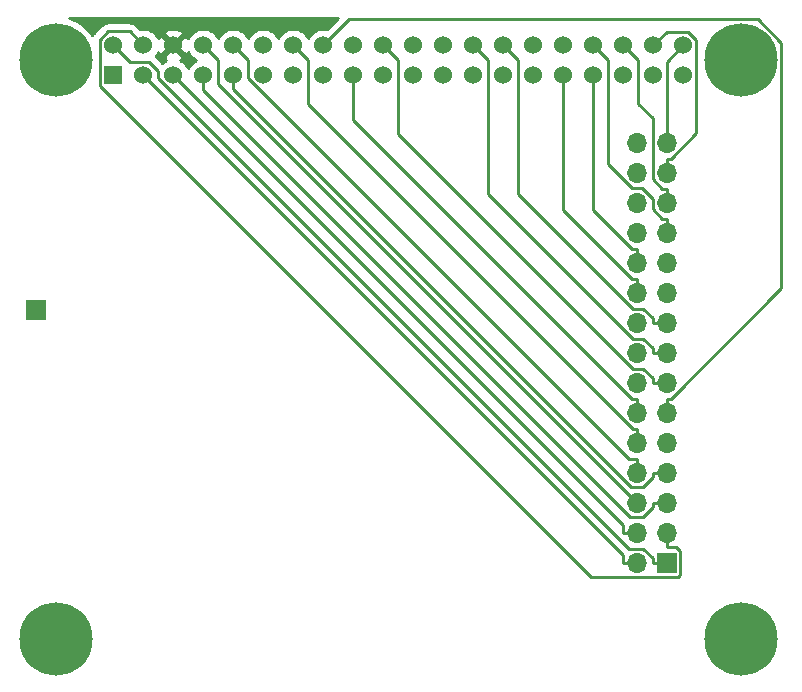
<source format=gbr>
G04 #@! TF.GenerationSoftware,KiCad,Pcbnew,5.1.7-a382d34a8~88~ubuntu18.04.1*
G04 #@! TF.CreationDate,2021-05-25T15:59:45+05:30*
G04 #@! TF.ProjectId,Gateway_v1,47617465-7761-4795-9f76-312e6b696361,rev?*
G04 #@! TF.SameCoordinates,Original*
G04 #@! TF.FileFunction,Copper,L1,Top*
G04 #@! TF.FilePolarity,Positive*
%FSLAX46Y46*%
G04 Gerber Fmt 4.6, Leading zero omitted, Abs format (unit mm)*
G04 Created by KiCad (PCBNEW 5.1.7-a382d34a8~88~ubuntu18.04.1) date 2021-05-25 15:59:45*
%MOMM*%
%LPD*%
G01*
G04 APERTURE LIST*
G04 #@! TA.AperFunction,ComponentPad*
%ADD10C,1.524000*%
G04 #@! TD*
G04 #@! TA.AperFunction,ComponentPad*
%ADD11R,1.524000X1.524000*%
G04 #@! TD*
G04 #@! TA.AperFunction,ComponentPad*
%ADD12C,6.200000*%
G04 #@! TD*
G04 #@! TA.AperFunction,ComponentPad*
%ADD13R,1.700000X1.700000*%
G04 #@! TD*
G04 #@! TA.AperFunction,ComponentPad*
%ADD14O,1.700000X1.700000*%
G04 #@! TD*
G04 #@! TA.AperFunction,Conductor*
%ADD15C,0.250000*%
G04 #@! TD*
G04 #@! TA.AperFunction,Conductor*
%ADD16C,0.254000*%
G04 #@! TD*
G04 #@! TA.AperFunction,Conductor*
%ADD17C,0.100000*%
G04 #@! TD*
G04 APERTURE END LIST*
D10*
G04 #@! TO.P,J1,40*
G04 #@! TO.N,/Pin_40*
X148057000Y-51773700D03*
G04 #@! TO.P,J1,38*
G04 #@! TO.N,/Pin_38*
X145517000Y-51773700D03*
G04 #@! TO.P,J1,36*
G04 #@! TO.N,/Pin_36*
X142977000Y-51773700D03*
G04 #@! TO.P,J1,34*
G04 #@! TO.N,/Pin_34*
X140437000Y-51773700D03*
G04 #@! TO.P,J1,32*
G04 #@! TO.N,/Pin_32*
X137897000Y-51773700D03*
G04 #@! TO.P,J1,30*
G04 #@! TO.N,/Pin_30*
X135357000Y-51773700D03*
G04 #@! TO.P,J1,39*
G04 #@! TO.N,/Pin_39*
X148057000Y-54313700D03*
G04 #@! TO.P,J1,37*
G04 #@! TO.N,/Pin_37*
X145517000Y-54313700D03*
G04 #@! TO.P,J1,35*
G04 #@! TO.N,/Pin_35*
X142977000Y-54313700D03*
G04 #@! TO.P,J1,33*
G04 #@! TO.N,/Pin_33*
X140437000Y-54313700D03*
G04 #@! TO.P,J1,31*
G04 #@! TO.N,/Pin_31*
X137897000Y-54313700D03*
G04 #@! TO.P,J1,29*
G04 #@! TO.N,/Pin_29*
X135357000Y-54313700D03*
G04 #@! TO.P,J1,28*
G04 #@! TO.N,/Pin_28*
X132817000Y-51773700D03*
G04 #@! TO.P,J1,27*
G04 #@! TO.N,/Pin_27*
X132817000Y-54313700D03*
G04 #@! TO.P,J1,26*
G04 #@! TO.N,/Pin_26*
X130277000Y-51773700D03*
G04 #@! TO.P,J1,24*
G04 #@! TO.N,/NSS*
X127737000Y-51773700D03*
G04 #@! TO.P,J1,22*
G04 #@! TO.N,/DIO0*
X125197000Y-51773700D03*
G04 #@! TO.P,J1,20*
G04 #@! TO.N,/Pin_20*
X122657000Y-51773700D03*
G04 #@! TO.P,J1,18*
G04 #@! TO.N,/Reset*
X120117000Y-51773700D03*
G04 #@! TO.P,J1,16*
G04 #@! TO.N,/Pin_16*
X117577000Y-51773700D03*
G04 #@! TO.P,J1,25*
G04 #@! TO.N,/Pin_25*
X130277000Y-54313700D03*
G04 #@! TO.P,J1,23*
G04 #@! TO.N,/SCK*
X127737000Y-54313700D03*
G04 #@! TO.P,J1,21*
G04 #@! TO.N,/MISO*
X125197000Y-54313700D03*
G04 #@! TO.P,J1,19*
G04 #@! TO.N,/MOSI*
X122657000Y-54313700D03*
G04 #@! TO.P,J1,17*
G04 #@! TO.N,/Pin_17*
X120117000Y-54313700D03*
G04 #@! TO.P,J1,15*
G04 #@! TO.N,/DIO3*
X117577000Y-54313700D03*
G04 #@! TO.P,J1,14*
G04 #@! TO.N,/Pin_14*
X115037000Y-51773700D03*
G04 #@! TO.P,J1,13*
G04 #@! TO.N,/DIO2*
X115037000Y-54313700D03*
G04 #@! TO.P,J1,12*
G04 #@! TO.N,/Pin_12*
X112497000Y-51773700D03*
G04 #@! TO.P,J1,10*
G04 #@! TO.N,/Pin_10*
X109957000Y-51773700D03*
G04 #@! TO.P,J1,8*
G04 #@! TO.N,/Pin_8*
X107417000Y-51773700D03*
G04 #@! TO.P,J1,6*
G04 #@! TO.N,/Gnd*
X104877000Y-51773700D03*
G04 #@! TO.P,J1,4*
G04 #@! TO.N,/Pin_4*
X102337000Y-51773700D03*
G04 #@! TO.P,J1,2*
G04 #@! TO.N,/Pin_2*
X99797000Y-51773700D03*
G04 #@! TO.P,J1,11*
G04 #@! TO.N,/DIO1*
X112497000Y-54313700D03*
G04 #@! TO.P,J1,9*
G04 #@! TO.N,/Pin_9*
X109957000Y-54313700D03*
G04 #@! TO.P,J1,7*
G04 #@! TO.N,/Pin_7*
X107417000Y-54313700D03*
G04 #@! TO.P,J1,5*
G04 #@! TO.N,/Pin_5*
X104877000Y-54313700D03*
G04 #@! TO.P,J1,3*
G04 #@! TO.N,/Pin_3*
X102337000Y-54313700D03*
D11*
G04 #@! TO.P,J1,1*
G04 #@! TO.N,/3.3v*
X99797000Y-54313700D03*
D12*
G04 #@! TO.P,J1,S1*
G04 #@! TO.N,N/C*
X94927000Y-53043700D03*
G04 #@! TO.P,J1,S2*
X152927000Y-53043700D03*
G04 #@! TO.P,J1,S3*
X152927000Y-102043700D03*
G04 #@! TO.P,J1,S4*
X94927000Y-102043700D03*
G04 #@! TD*
D13*
G04 #@! TO.P,AE1,1*
G04 #@! TO.N,Net-(AE1-Pad1)*
X93268800Y-74201000D03*
G04 #@! TD*
D14*
G04 #@! TO.P,J2,30*
G04 #@! TO.N,Net-(J2-Pad30)*
X144107000Y-60035400D03*
G04 #@! TO.P,J2,29*
G04 #@! TO.N,/Pin_40*
X146647000Y-60035400D03*
G04 #@! TO.P,J2,28*
G04 #@! TO.N,/Pin_39*
X144107000Y-62575400D03*
G04 #@! TO.P,J2,27*
G04 #@! TO.N,/Pin_38*
X146647000Y-62575400D03*
G04 #@! TO.P,J2,26*
G04 #@! TO.N,/Pin_37*
X144107000Y-65115400D03*
G04 #@! TO.P,J2,25*
G04 #@! TO.N,/Pin_36*
X146647000Y-65115400D03*
G04 #@! TO.P,J2,24*
G04 #@! TO.N,/Pin_35*
X144107000Y-67655400D03*
G04 #@! TO.P,J2,23*
G04 #@! TO.N,/Pin_34*
X146647000Y-67655400D03*
G04 #@! TO.P,J2,22*
G04 #@! TO.N,/Pin_33*
X144107000Y-70195400D03*
G04 #@! TO.P,J2,21*
G04 #@! TO.N,/Pin_32*
X146647000Y-70195400D03*
G04 #@! TO.P,J2,20*
G04 #@! TO.N,/Pin_31*
X144107000Y-72735400D03*
G04 #@! TO.P,J2,19*
G04 #@! TO.N,/Pin_30*
X146647000Y-72735400D03*
G04 #@! TO.P,J2,18*
G04 #@! TO.N,/Pin_29*
X144107000Y-75275400D03*
G04 #@! TO.P,J2,17*
G04 #@! TO.N,/Pin_28*
X146647000Y-75275400D03*
G04 #@! TO.P,J2,16*
G04 #@! TO.N,/Pin_27*
X144107000Y-77815400D03*
G04 #@! TO.P,J2,15*
G04 #@! TO.N,/Pin_26*
X146647000Y-77815400D03*
G04 #@! TO.P,J2,14*
G04 #@! TO.N,/Pin_25*
X144107000Y-80355400D03*
G04 #@! TO.P,J2,13*
G04 #@! TO.N,/Pin_20*
X146647000Y-80355400D03*
G04 #@! TO.P,J2,12*
G04 #@! TO.N,/Pin_17*
X144107000Y-82895400D03*
G04 #@! TO.P,J2,11*
G04 #@! TO.N,/Pin_16*
X146647000Y-82895400D03*
G04 #@! TO.P,J2,10*
G04 #@! TO.N,/Pin_14*
X144107000Y-85435400D03*
G04 #@! TO.P,J2,9*
G04 #@! TO.N,/Pin_12*
X146647000Y-85435400D03*
G04 #@! TO.P,J2,8*
G04 #@! TO.N,/Pin_10*
X144107000Y-87975400D03*
G04 #@! TO.P,J2,7*
G04 #@! TO.N,/Pin_9*
X146647000Y-87975400D03*
G04 #@! TO.P,J2,6*
G04 #@! TO.N,/Pin_8*
X144107000Y-90515400D03*
G04 #@! TO.P,J2,5*
G04 #@! TO.N,/Pin_7*
X146647000Y-90515400D03*
G04 #@! TO.P,J2,4*
G04 #@! TO.N,/Pin_5*
X144107000Y-93055400D03*
G04 #@! TO.P,J2,3*
G04 #@! TO.N,/Pin_4*
X146647000Y-93055400D03*
G04 #@! TO.P,J2,2*
G04 #@! TO.N,/Pin_3*
X144107000Y-95595400D03*
D13*
G04 #@! TO.P,J2,1*
G04 #@! TO.N,/Pin_2*
X146647000Y-95595400D03*
G04 #@! TD*
D15*
G04 #@! TO.N,/Pin_38*
X146647000Y-62575400D02*
X146647000Y-61400100D01*
X146647000Y-61400100D02*
X147014300Y-61400100D01*
X147014300Y-61400100D02*
X149176300Y-59238100D01*
X149176300Y-59238100D02*
X149176300Y-51320000D01*
X149176300Y-51320000D02*
X148487700Y-50631400D01*
X148487700Y-50631400D02*
X146659300Y-50631400D01*
X146659300Y-50631400D02*
X145517000Y-51773700D01*
G04 #@! TO.N,/Pin_36*
X146647000Y-65115400D02*
X146647000Y-63940100D01*
X146647000Y-63940100D02*
X146279600Y-63940100D01*
X146279600Y-63940100D02*
X145471700Y-63132200D01*
X145471700Y-63132200D02*
X145471700Y-57939500D01*
X145471700Y-57939500D02*
X144247000Y-56714800D01*
X144247000Y-56714800D02*
X144247000Y-53043700D01*
X144247000Y-53043700D02*
X142977000Y-51773700D01*
G04 #@! TO.N,/Pin_34*
X146647000Y-66480100D02*
X146279600Y-66480100D01*
X146279600Y-66480100D02*
X145471700Y-65672200D01*
X145471700Y-65672200D02*
X145471700Y-64779100D01*
X145471700Y-64779100D02*
X144538000Y-63845400D01*
X144538000Y-63845400D02*
X143705200Y-63845400D01*
X143705200Y-63845400D02*
X141707100Y-61847300D01*
X141707100Y-61847300D02*
X141707100Y-53043700D01*
X141707100Y-53043700D02*
X141707000Y-53043700D01*
X141707000Y-53043700D02*
X140437000Y-51773700D01*
X146647000Y-67655400D02*
X146647000Y-66480100D01*
G04 #@! TO.N,/Pin_33*
X144107000Y-70195400D02*
X144107000Y-69020100D01*
X144107000Y-69020100D02*
X143739700Y-69020100D01*
X143739700Y-69020100D02*
X140437000Y-65717400D01*
X140437000Y-65717400D02*
X140437000Y-54313700D01*
G04 #@! TO.N,/Pin_31*
X144107000Y-72735400D02*
X144107000Y-71560100D01*
X144107000Y-71560100D02*
X143739700Y-71560100D01*
X143739700Y-71560100D02*
X137897000Y-65717400D01*
X137897000Y-65717400D02*
X137897000Y-54313700D01*
G04 #@! TO.N,/Pin_28*
X146647000Y-75275400D02*
X145471700Y-75275400D01*
X145471700Y-75275400D02*
X145471700Y-74908000D01*
X145471700Y-74908000D02*
X144663800Y-74100100D01*
X144663800Y-74100100D02*
X143790400Y-74100100D01*
X143790400Y-74100100D02*
X134087000Y-64396700D01*
X134087000Y-64396700D02*
X134087000Y-53043700D01*
X134087000Y-53043700D02*
X132817000Y-51773700D01*
G04 #@! TO.N,/Pin_26*
X146647000Y-77815400D02*
X145471700Y-77815400D01*
X145471700Y-77815400D02*
X145471700Y-77448000D01*
X145471700Y-77448000D02*
X144663800Y-76640100D01*
X144663800Y-76640100D02*
X143803400Y-76640100D01*
X143803400Y-76640100D02*
X131547000Y-64383700D01*
X131547000Y-64383700D02*
X131547000Y-53043700D01*
X131547000Y-53043700D02*
X130277000Y-51773700D01*
G04 #@! TO.N,/Pin_17*
X144107000Y-82895400D02*
X144107000Y-81720100D01*
X144107000Y-81720100D02*
X143739700Y-81720100D01*
X143739700Y-81720100D02*
X120117000Y-58097400D01*
X120117000Y-58097400D02*
X120117000Y-54313700D01*
G04 #@! TO.N,/Pin_14*
X115037000Y-51773700D02*
X116307000Y-53043700D01*
X116307000Y-53043700D02*
X116307000Y-56796200D01*
X116307000Y-56796200D02*
X143770900Y-84260100D01*
X143770900Y-84260100D02*
X144107000Y-84260100D01*
X144107000Y-85435400D02*
X144107000Y-84260100D01*
G04 #@! TO.N,/Pin_9*
X146647000Y-87975400D02*
X145471700Y-87975400D01*
X145471700Y-87975400D02*
X145471700Y-88342700D01*
X145471700Y-88342700D02*
X144653100Y-89161300D01*
X144653100Y-89161300D02*
X143621900Y-89161300D01*
X143621900Y-89161300D02*
X109957000Y-55496400D01*
X109957000Y-55496400D02*
X109957000Y-54313700D01*
G04 #@! TO.N,/Pin_8*
X144107000Y-90515400D02*
X108687000Y-55095400D01*
X108687000Y-55095400D02*
X108687000Y-53043700D01*
X108687000Y-53043700D02*
X107417000Y-51773700D01*
G04 #@! TO.N,/Pin_7*
X146647000Y-90515400D02*
X145471700Y-90515400D01*
X145471700Y-90515400D02*
X145471700Y-90882700D01*
X145471700Y-90882700D02*
X144648400Y-91706000D01*
X144648400Y-91706000D02*
X143558200Y-91706000D01*
X143558200Y-91706000D02*
X107417000Y-55564800D01*
X107417000Y-55564800D02*
X107417000Y-54313700D01*
G04 #@! TO.N,/Pin_5*
X144107000Y-93055400D02*
X142931700Y-93055400D01*
X142931700Y-93055400D02*
X142931700Y-92368400D01*
X142931700Y-92368400D02*
X104877000Y-54313700D01*
G04 #@! TO.N,/Pin_4*
X146647000Y-93055400D02*
X146647000Y-94230700D01*
X146647000Y-94230700D02*
X147455000Y-94230700D01*
X147455000Y-94230700D02*
X147822400Y-94598100D01*
X147822400Y-94598100D02*
X147822400Y-96612100D01*
X147822400Y-96612100D02*
X147627600Y-96806900D01*
X147627600Y-96806900D02*
X140244900Y-96806900D01*
X140244900Y-96806900D02*
X98649400Y-55211400D01*
X98649400Y-55211400D02*
X98649400Y-51317300D01*
X98649400Y-51317300D02*
X99353800Y-50612900D01*
X99353800Y-50612900D02*
X101176200Y-50612900D01*
X101176200Y-50612900D02*
X102337000Y-51773700D01*
G04 #@! TO.N,/Pin_3*
X102337000Y-54313700D02*
X142931700Y-94908400D01*
X142931700Y-94908400D02*
X142931700Y-95595400D01*
X144107000Y-95595400D02*
X142931700Y-95595400D01*
G04 #@! TO.N,/Pin_2*
X99797000Y-51773700D02*
X101249600Y-53226300D01*
X101249600Y-53226300D02*
X102851900Y-53226300D01*
X102851900Y-53226300D02*
X103607000Y-53981400D01*
X103607000Y-53981400D02*
X103607000Y-54584800D01*
X103607000Y-54584800D02*
X143442300Y-94420100D01*
X143442300Y-94420100D02*
X144663800Y-94420100D01*
X144663800Y-94420100D02*
X145471700Y-95228000D01*
X145471700Y-95228000D02*
X145471700Y-95595400D01*
X146647000Y-95595400D02*
X145471700Y-95595400D01*
G04 #@! TO.N,/Pin_10*
X144107000Y-87975400D02*
X144107000Y-86800100D01*
X144107000Y-86800100D02*
X143433200Y-86800100D01*
X143433200Y-86800100D02*
X111227000Y-54593900D01*
X111227000Y-54593900D02*
X111227000Y-53043700D01*
X111227000Y-53043700D02*
X109957000Y-51773700D01*
G04 #@! TO.N,/Pin_16*
X146647000Y-82895400D02*
X146647000Y-81720100D01*
X146647000Y-81720100D02*
X147014300Y-81720100D01*
X147014300Y-81720100D02*
X156360800Y-72373600D01*
X156360800Y-72373600D02*
X156360800Y-51560100D01*
X156360800Y-51560100D02*
X154361000Y-49560300D01*
X154361000Y-49560300D02*
X119790400Y-49560300D01*
X119790400Y-49560300D02*
X117577000Y-51773700D01*
G04 #@! TO.N,/Pin_20*
X146647000Y-80355400D02*
X145471700Y-80355400D01*
X145471700Y-80355400D02*
X145471700Y-79988000D01*
X145471700Y-79988000D02*
X144663800Y-79180100D01*
X144663800Y-79180100D02*
X143790400Y-79180100D01*
X143790400Y-79180100D02*
X123927000Y-59316700D01*
X123927000Y-59316700D02*
X123927000Y-53043700D01*
X123927000Y-53043700D02*
X122657000Y-51773700D01*
G04 #@! TO.N,/Pin_40*
X146647000Y-60035400D02*
X146647000Y-53183700D01*
X146647000Y-53183700D02*
X148057000Y-51773700D01*
G04 #@! TD*
D16*
G04 #@! TO.N,/Gnd*
X117868570Y-50407328D02*
X117714592Y-50376700D01*
X117439408Y-50376700D01*
X117169510Y-50430386D01*
X116915273Y-50535695D01*
X116686465Y-50688580D01*
X116491880Y-50883165D01*
X116338995Y-51111973D01*
X116307000Y-51189215D01*
X116275005Y-51111973D01*
X116122120Y-50883165D01*
X115927535Y-50688580D01*
X115698727Y-50535695D01*
X115444490Y-50430386D01*
X115174592Y-50376700D01*
X114899408Y-50376700D01*
X114629510Y-50430386D01*
X114375273Y-50535695D01*
X114146465Y-50688580D01*
X113951880Y-50883165D01*
X113798995Y-51111973D01*
X113767000Y-51189215D01*
X113735005Y-51111973D01*
X113582120Y-50883165D01*
X113387535Y-50688580D01*
X113158727Y-50535695D01*
X112904490Y-50430386D01*
X112634592Y-50376700D01*
X112359408Y-50376700D01*
X112089510Y-50430386D01*
X111835273Y-50535695D01*
X111606465Y-50688580D01*
X111411880Y-50883165D01*
X111258995Y-51111973D01*
X111227000Y-51189215D01*
X111195005Y-51111973D01*
X111042120Y-50883165D01*
X110847535Y-50688580D01*
X110618727Y-50535695D01*
X110364490Y-50430386D01*
X110094592Y-50376700D01*
X109819408Y-50376700D01*
X109549510Y-50430386D01*
X109295273Y-50535695D01*
X109066465Y-50688580D01*
X108871880Y-50883165D01*
X108718995Y-51111973D01*
X108687000Y-51189215D01*
X108655005Y-51111973D01*
X108502120Y-50883165D01*
X108307535Y-50688580D01*
X108078727Y-50535695D01*
X107824490Y-50430386D01*
X107554592Y-50376700D01*
X107279408Y-50376700D01*
X107009510Y-50430386D01*
X106755273Y-50535695D01*
X106526465Y-50688580D01*
X106331880Y-50883165D01*
X106178995Y-51111973D01*
X106149308Y-51183643D01*
X106144636Y-51170677D01*
X106082656Y-51054720D01*
X105842565Y-50987740D01*
X105056605Y-51773700D01*
X105842565Y-52559660D01*
X106082656Y-52492680D01*
X106146485Y-52356940D01*
X106178995Y-52435427D01*
X106331880Y-52664235D01*
X106526465Y-52858820D01*
X106755273Y-53011705D01*
X106832515Y-53043700D01*
X106755273Y-53075695D01*
X106526465Y-53228580D01*
X106331880Y-53423165D01*
X106178995Y-53651973D01*
X106147000Y-53729215D01*
X106115005Y-53651973D01*
X105962120Y-53423165D01*
X105767535Y-53228580D01*
X105538727Y-53075695D01*
X105467057Y-53046008D01*
X105480023Y-53041336D01*
X105595980Y-52979356D01*
X105662960Y-52739265D01*
X104877000Y-51953305D01*
X104091040Y-52739265D01*
X104158020Y-52979356D01*
X104293760Y-53043185D01*
X104215273Y-53075695D01*
X103986465Y-53228580D01*
X103957723Y-53257322D01*
X103415703Y-52715302D01*
X103395577Y-52690778D01*
X103422120Y-52664235D01*
X103575005Y-52435427D01*
X103604692Y-52363757D01*
X103609364Y-52376723D01*
X103671344Y-52492680D01*
X103911435Y-52559660D01*
X104697395Y-51773700D01*
X103911435Y-50987740D01*
X103671344Y-51054720D01*
X103607515Y-51190460D01*
X103575005Y-51111973D01*
X103422120Y-50883165D01*
X103347090Y-50808135D01*
X104091040Y-50808135D01*
X104877000Y-51594095D01*
X105662960Y-50808135D01*
X105595980Y-50568044D01*
X105346952Y-50450944D01*
X105079865Y-50384677D01*
X104804983Y-50371790D01*
X104532867Y-50412778D01*
X104273977Y-50506064D01*
X104158020Y-50568044D01*
X104091040Y-50808135D01*
X103347090Y-50808135D01*
X103227535Y-50688580D01*
X102998727Y-50535695D01*
X102744490Y-50430386D01*
X102474592Y-50376700D01*
X102199408Y-50376700D01*
X102045429Y-50407328D01*
X101740004Y-50101903D01*
X101716201Y-50072899D01*
X101600476Y-49977926D01*
X101468447Y-49907354D01*
X101325186Y-49863897D01*
X101213533Y-49852900D01*
X101213522Y-49852900D01*
X101176200Y-49849224D01*
X101138878Y-49852900D01*
X99391122Y-49852900D01*
X99353799Y-49849224D01*
X99316476Y-49852900D01*
X99316467Y-49852900D01*
X99204814Y-49863897D01*
X99061553Y-49907354D01*
X98929523Y-49977926D01*
X98845883Y-50046568D01*
X98813799Y-50072899D01*
X98790001Y-50101898D01*
X98138398Y-50753501D01*
X98109400Y-50777299D01*
X98085602Y-50806297D01*
X98085601Y-50806298D01*
X98014426Y-50893024D01*
X98000020Y-50919976D01*
X97828164Y-50662776D01*
X97307924Y-50142536D01*
X96696186Y-49733786D01*
X96081561Y-49479200D01*
X118796698Y-49479200D01*
X117868570Y-50407328D01*
G04 #@! TA.AperFunction,Conductor*
D17*
G36*
X117868570Y-50407328D02*
G01*
X117714592Y-50376700D01*
X117439408Y-50376700D01*
X117169510Y-50430386D01*
X116915273Y-50535695D01*
X116686465Y-50688580D01*
X116491880Y-50883165D01*
X116338995Y-51111973D01*
X116307000Y-51189215D01*
X116275005Y-51111973D01*
X116122120Y-50883165D01*
X115927535Y-50688580D01*
X115698727Y-50535695D01*
X115444490Y-50430386D01*
X115174592Y-50376700D01*
X114899408Y-50376700D01*
X114629510Y-50430386D01*
X114375273Y-50535695D01*
X114146465Y-50688580D01*
X113951880Y-50883165D01*
X113798995Y-51111973D01*
X113767000Y-51189215D01*
X113735005Y-51111973D01*
X113582120Y-50883165D01*
X113387535Y-50688580D01*
X113158727Y-50535695D01*
X112904490Y-50430386D01*
X112634592Y-50376700D01*
X112359408Y-50376700D01*
X112089510Y-50430386D01*
X111835273Y-50535695D01*
X111606465Y-50688580D01*
X111411880Y-50883165D01*
X111258995Y-51111973D01*
X111227000Y-51189215D01*
X111195005Y-51111973D01*
X111042120Y-50883165D01*
X110847535Y-50688580D01*
X110618727Y-50535695D01*
X110364490Y-50430386D01*
X110094592Y-50376700D01*
X109819408Y-50376700D01*
X109549510Y-50430386D01*
X109295273Y-50535695D01*
X109066465Y-50688580D01*
X108871880Y-50883165D01*
X108718995Y-51111973D01*
X108687000Y-51189215D01*
X108655005Y-51111973D01*
X108502120Y-50883165D01*
X108307535Y-50688580D01*
X108078727Y-50535695D01*
X107824490Y-50430386D01*
X107554592Y-50376700D01*
X107279408Y-50376700D01*
X107009510Y-50430386D01*
X106755273Y-50535695D01*
X106526465Y-50688580D01*
X106331880Y-50883165D01*
X106178995Y-51111973D01*
X106149308Y-51183643D01*
X106144636Y-51170677D01*
X106082656Y-51054720D01*
X105842565Y-50987740D01*
X105056605Y-51773700D01*
X105842565Y-52559660D01*
X106082656Y-52492680D01*
X106146485Y-52356940D01*
X106178995Y-52435427D01*
X106331880Y-52664235D01*
X106526465Y-52858820D01*
X106755273Y-53011705D01*
X106832515Y-53043700D01*
X106755273Y-53075695D01*
X106526465Y-53228580D01*
X106331880Y-53423165D01*
X106178995Y-53651973D01*
X106147000Y-53729215D01*
X106115005Y-53651973D01*
X105962120Y-53423165D01*
X105767535Y-53228580D01*
X105538727Y-53075695D01*
X105467057Y-53046008D01*
X105480023Y-53041336D01*
X105595980Y-52979356D01*
X105662960Y-52739265D01*
X104877000Y-51953305D01*
X104091040Y-52739265D01*
X104158020Y-52979356D01*
X104293760Y-53043185D01*
X104215273Y-53075695D01*
X103986465Y-53228580D01*
X103957723Y-53257322D01*
X103415703Y-52715302D01*
X103395577Y-52690778D01*
X103422120Y-52664235D01*
X103575005Y-52435427D01*
X103604692Y-52363757D01*
X103609364Y-52376723D01*
X103671344Y-52492680D01*
X103911435Y-52559660D01*
X104697395Y-51773700D01*
X103911435Y-50987740D01*
X103671344Y-51054720D01*
X103607515Y-51190460D01*
X103575005Y-51111973D01*
X103422120Y-50883165D01*
X103347090Y-50808135D01*
X104091040Y-50808135D01*
X104877000Y-51594095D01*
X105662960Y-50808135D01*
X105595980Y-50568044D01*
X105346952Y-50450944D01*
X105079865Y-50384677D01*
X104804983Y-50371790D01*
X104532867Y-50412778D01*
X104273977Y-50506064D01*
X104158020Y-50568044D01*
X104091040Y-50808135D01*
X103347090Y-50808135D01*
X103227535Y-50688580D01*
X102998727Y-50535695D01*
X102744490Y-50430386D01*
X102474592Y-50376700D01*
X102199408Y-50376700D01*
X102045429Y-50407328D01*
X101740004Y-50101903D01*
X101716201Y-50072899D01*
X101600476Y-49977926D01*
X101468447Y-49907354D01*
X101325186Y-49863897D01*
X101213533Y-49852900D01*
X101213522Y-49852900D01*
X101176200Y-49849224D01*
X101138878Y-49852900D01*
X99391122Y-49852900D01*
X99353799Y-49849224D01*
X99316476Y-49852900D01*
X99316467Y-49852900D01*
X99204814Y-49863897D01*
X99061553Y-49907354D01*
X98929523Y-49977926D01*
X98845883Y-50046568D01*
X98813799Y-50072899D01*
X98790001Y-50101898D01*
X98138398Y-50753501D01*
X98109400Y-50777299D01*
X98085602Y-50806297D01*
X98085601Y-50806298D01*
X98014426Y-50893024D01*
X98000020Y-50919976D01*
X97828164Y-50662776D01*
X97307924Y-50142536D01*
X96696186Y-49733786D01*
X96081561Y-49479200D01*
X118796698Y-49479200D01*
X117868570Y-50407328D01*
G37*
G04 #@! TD.AperFunction*
G04 #@! TD*
M02*

</source>
